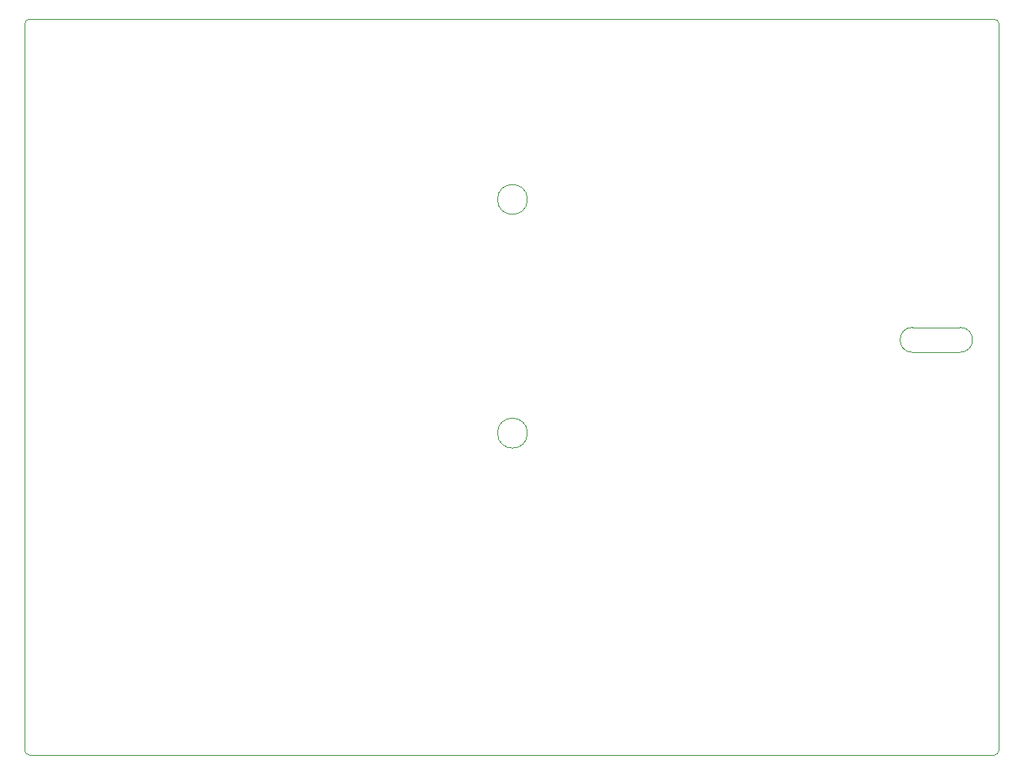
<source format=gbr>
%TF.GenerationSoftware,KiCad,Pcbnew,7.0.2*%
%TF.CreationDate,2024-06-24T19:42:10-07:00*%
%TF.ProjectId,MK-KS-MkIV.kicad_pro,4d4b2d4b-532d-44d6-9b49-562e6b696361,1.0*%
%TF.SameCoordinates,PX3a67068PY9f701d0*%
%TF.FileFunction,Profile,NP*%
%FSLAX46Y46*%
G04 Gerber Fmt 4.6, Leading zero omitted, Abs format (unit mm)*
G04 Created by KiCad (PCBNEW 7.0.2) date 2024-06-24 19:42:10*
%MOMM*%
%LPD*%
G01*
G04 APERTURE LIST*
%TA.AperFunction,Profile*%
%ADD10C,0.100000*%
%TD*%
G04 APERTURE END LIST*
D10*
X48650000Y54367500D02*
G75*
G03*
X48650000Y54367500I-1600000J0D01*
G01*
X89830000Y38008154D02*
X94887000Y38008154D01*
X-5080000Y-4572000D02*
X-5080000Y73152000D01*
X-5080000Y-4572000D02*
G75*
G03*
X-4572000Y-5080000I508000J0D01*
G01*
X48650000Y29367500D02*
G75*
G03*
X48650000Y29367500I-1600000J0D01*
G01*
X99060000Y73152000D02*
G75*
G03*
X98552000Y73660000I-508000J0D01*
G01*
X89830000Y40683846D02*
G75*
G03*
X89830000Y38008154I0J-1337846D01*
G01*
X98552000Y-5080000D02*
X-4572000Y-5080000D01*
X-4572000Y73660000D02*
G75*
G03*
X-5080000Y73152000I0J-508000D01*
G01*
X99060000Y73152000D02*
X99060000Y-4572000D01*
X89830000Y40683846D02*
X94881154Y40683846D01*
X94900000Y38018021D02*
G75*
G03*
X94900000Y40683979I0J1332979D01*
G01*
X-4572000Y73660000D02*
X98552000Y73660000D01*
X98552000Y-5080000D02*
G75*
G03*
X99060000Y-4572000I0J508000D01*
G01*
M02*

</source>
